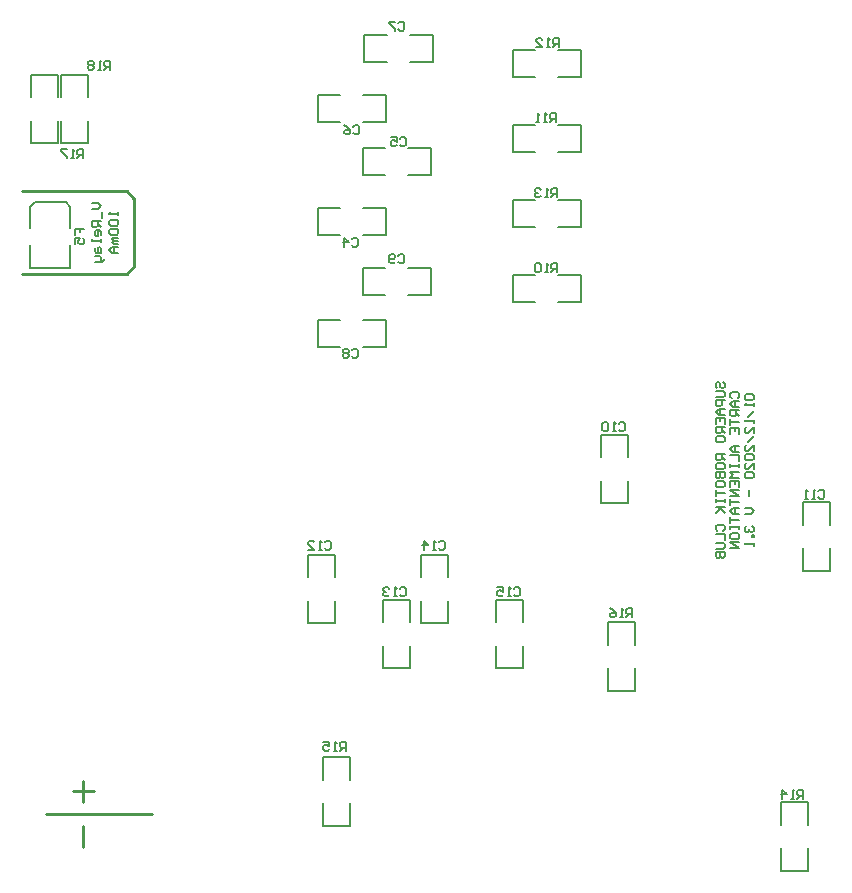
<source format=gbo>
G04 Layer_Color=32896*
%FSLAX25Y25*%
%MOIN*%
G70*
G01*
G75*
%ADD39C,0.01000*%
%ADD40C,0.00500*%
%ADD42C,0.00787*%
D39*
X0Y252500D02*
X35000D01*
X37500Y250000D01*
Y227500D02*
Y250000D01*
X35000Y225000D02*
X37500Y227500D01*
X0Y225000D02*
X35000D01*
X8000Y45000D02*
X43500D01*
X20500Y34000D02*
Y41000D01*
X17000Y52500D02*
X24000D01*
X20500Y49000D02*
Y56000D01*
D40*
X23303Y248497D02*
X25302D01*
X26302Y247497D01*
X25302Y246498D01*
X23303D01*
X26802Y245498D02*
Y243498D01*
X26302Y242499D02*
X23303D01*
Y240999D01*
X23803Y240499D01*
X24803D01*
X25302Y240999D01*
Y242499D01*
Y241499D02*
X26302Y240499D01*
Y238000D02*
Y239000D01*
X25802Y239500D01*
X24803D01*
X24303Y239000D01*
Y238000D01*
X24803Y237500D01*
X25302D01*
Y239500D01*
X26302Y236501D02*
Y235501D01*
Y236001D01*
X23303D01*
Y236501D01*
X24303Y233502D02*
Y232502D01*
X24803Y232002D01*
X26302D01*
Y233502D01*
X25802Y234001D01*
X25302Y233502D01*
Y232002D01*
X24303Y231002D02*
X25802D01*
X26302Y230503D01*
Y229003D01*
X26802D01*
X27302Y229503D01*
Y230003D01*
X26302Y229003D02*
X24303D01*
X32101Y245498D02*
Y244498D01*
Y244998D01*
X29101D01*
X29601Y245498D01*
Y242999D02*
X29101Y242499D01*
Y241499D01*
X29601Y240999D01*
X31601D01*
X32101Y241499D01*
Y242499D01*
X31601Y242999D01*
X29601D01*
Y240000D02*
X29101Y239500D01*
Y238500D01*
X29601Y238000D01*
X31601D01*
X32101Y238500D01*
Y239500D01*
X31601Y240000D01*
X29601D01*
X32101Y237001D02*
X30101D01*
Y236501D01*
X30601Y236001D01*
X32101D01*
X30601D01*
X30101Y235501D01*
X30601Y235001D01*
X32101D01*
Y234001D02*
X30101D01*
X29101Y233002D01*
X30101Y232002D01*
X32101D01*
X30601D01*
Y234001D01*
X231903Y186848D02*
X231403Y187348D01*
Y188348D01*
X231903Y188848D01*
X232403D01*
X232903Y188348D01*
Y187348D01*
X233403Y186848D01*
X233903D01*
X234402Y187348D01*
Y188348D01*
X233903Y188848D01*
X231403Y185848D02*
X233903D01*
X234402Y185349D01*
Y184349D01*
X233903Y183849D01*
X231403D01*
X234402Y182850D02*
X231403D01*
Y181350D01*
X231903Y180850D01*
X232903D01*
X233403Y181350D01*
Y182850D01*
X234402Y179850D02*
X232403D01*
X231403Y178851D01*
X232403Y177851D01*
X234402D01*
X232903D01*
Y179850D01*
X231403Y174852D02*
Y176851D01*
X234402D01*
Y174852D01*
X232903Y176851D02*
Y175852D01*
X234402Y173852D02*
X231403D01*
Y172353D01*
X231903Y171853D01*
X232903D01*
X233403Y172353D01*
Y173852D01*
Y172853D02*
X234402Y171853D01*
X231403Y169354D02*
Y170353D01*
X231903Y170853D01*
X233903D01*
X234402Y170353D01*
Y169354D01*
X233903Y168854D01*
X231903D01*
X231403Y169354D01*
X234402Y164855D02*
X231403D01*
Y163356D01*
X231903Y162856D01*
X232903D01*
X233403Y163356D01*
Y164855D01*
Y163856D02*
X234402Y162856D01*
X231403Y160357D02*
Y161356D01*
X231903Y161856D01*
X233903D01*
X234402Y161356D01*
Y160357D01*
X233903Y159857D01*
X231903D01*
X231403Y160357D01*
Y158857D02*
X234402D01*
Y157358D01*
X233903Y156858D01*
X233403D01*
X232903Y157358D01*
Y158857D01*
Y157358D01*
X232403Y156858D01*
X231903D01*
X231403Y157358D01*
Y158857D01*
Y154359D02*
Y155358D01*
X231903Y155858D01*
X233903D01*
X234402Y155358D01*
Y154359D01*
X233903Y153859D01*
X231903D01*
X231403Y154359D01*
Y152859D02*
Y150860D01*
Y151859D01*
X234402D01*
X231403Y149860D02*
Y148861D01*
Y149360D01*
X234402D01*
Y149860D01*
Y148861D01*
X231403Y147361D02*
X234402D01*
X233403D01*
X231403Y145362D01*
X232903Y146861D01*
X234402Y145362D01*
X231903Y139364D02*
X231403Y139863D01*
Y140863D01*
X231903Y141363D01*
X233903D01*
X234402Y140863D01*
Y139863D01*
X233903Y139364D01*
X231403Y138364D02*
X234402D01*
Y136364D01*
X231403Y135365D02*
X233903D01*
X234402Y134865D01*
Y133865D01*
X233903Y133365D01*
X231403D01*
Y132366D02*
X234402D01*
Y130866D01*
X233903Y130367D01*
X233403D01*
X232903Y130866D01*
Y132366D01*
Y130866D01*
X232403Y130367D01*
X231903D01*
X231403Y130866D01*
Y132366D01*
X236702Y183599D02*
X236202Y184099D01*
Y185099D01*
X236702Y185599D01*
X238701D01*
X239201Y185099D01*
Y184099D01*
X238701Y183599D01*
X239201Y182600D02*
X237202D01*
X236202Y181600D01*
X237202Y180600D01*
X239201D01*
X237702D01*
Y182600D01*
X239201Y179601D02*
X236202D01*
Y178101D01*
X236702Y177601D01*
X237702D01*
X238201Y178101D01*
Y179601D01*
Y178601D02*
X239201Y177601D01*
X236202Y176602D02*
Y174602D01*
Y175602D01*
X239201D01*
X236202Y171603D02*
Y173602D01*
X239201D01*
Y171603D01*
X237702Y173602D02*
Y172603D01*
X239201Y167604D02*
X237202D01*
X236202Y166605D01*
X237202Y165605D01*
X239201D01*
X237702D01*
Y167604D01*
X236202Y164605D02*
X239201D01*
Y162606D01*
X236202Y161606D02*
Y160607D01*
Y161107D01*
X239201D01*
Y161606D01*
Y160607D01*
Y159107D02*
X236202D01*
X237202Y158107D01*
X236202Y157108D01*
X239201D01*
X236202Y154109D02*
Y156108D01*
X239201D01*
Y154109D01*
X237702Y156108D02*
Y155108D01*
X239201Y153109D02*
X236202D01*
X239201Y151110D01*
X236202D01*
Y150110D02*
Y148111D01*
Y149110D01*
X239201D01*
Y147111D02*
X237202D01*
X236202Y146111D01*
X237202Y145112D01*
X239201D01*
X237702D01*
Y147111D01*
X236202Y144112D02*
Y142113D01*
Y143112D01*
X239201D01*
X236202Y141113D02*
Y140113D01*
Y140613D01*
X239201D01*
Y141113D01*
Y140113D01*
X236202Y137114D02*
Y138114D01*
X236702Y138614D01*
X238701D01*
X239201Y138114D01*
Y137114D01*
X238701Y136615D01*
X236702D01*
X236202Y137114D01*
X239201Y135615D02*
X236202D01*
X239201Y133615D01*
X236202D01*
X241501Y184849D02*
X241001Y184349D01*
Y183349D01*
X241501Y182850D01*
X243500D01*
X244000Y183349D01*
Y184349D01*
X243500Y184849D01*
X241501D01*
X244000Y181850D02*
Y180850D01*
Y181350D01*
X241001D01*
X241501Y181850D01*
X244000Y179351D02*
X242001Y177351D01*
X244000Y176352D02*
Y175352D01*
Y175852D01*
X241001D01*
X241501Y176352D01*
X244000Y171853D02*
Y173852D01*
X242001Y171853D01*
X241501D01*
X241001Y172353D01*
Y173353D01*
X241501Y173852D01*
X244000Y170853D02*
X242001Y168854D01*
X244000Y165855D02*
Y167854D01*
X242001Y165855D01*
X241501D01*
X241001Y166355D01*
Y167355D01*
X241501Y167854D01*
Y164855D02*
X241001Y164356D01*
Y163356D01*
X241501Y162856D01*
X243500D01*
X244000Y163356D01*
Y164356D01*
X243500Y164855D01*
X241501D01*
X244000Y159857D02*
Y161856D01*
X242001Y159857D01*
X241501D01*
X241001Y160357D01*
Y161356D01*
X241501Y161856D01*
Y158857D02*
X241001Y158357D01*
Y157358D01*
X241501Y156858D01*
X243500D01*
X244000Y157358D01*
Y158357D01*
X243500Y158857D01*
X241501D01*
X242500Y152859D02*
Y150860D01*
X241001Y146861D02*
X243000D01*
X244000Y145861D01*
X243000Y144862D01*
X241001D01*
X241501Y140863D02*
X241001Y140363D01*
Y139364D01*
X241501Y138864D01*
X242001D01*
X242500Y139364D01*
Y139863D01*
Y139364D01*
X243000Y138864D01*
X243500D01*
X244000Y139364D01*
Y140363D01*
X243500Y140863D01*
X244000Y137864D02*
X243500D01*
Y137364D01*
X244000D01*
Y137864D01*
Y135365D02*
Y134365D01*
Y134865D01*
X241001D01*
X241501Y135365D01*
X29500Y293000D02*
Y295999D01*
X28001D01*
X27501Y295499D01*
Y294499D01*
X28001Y294000D01*
X29500D01*
X28500D02*
X27501Y293000D01*
X26501D02*
X25501D01*
X26001D01*
Y295999D01*
X26501Y295499D01*
X24002D02*
X23502Y295999D01*
X22502D01*
X22002Y295499D01*
Y294999D01*
X22502Y294499D01*
X22002Y294000D01*
Y293500D01*
X22502Y293000D01*
X23502D01*
X24002Y293500D01*
Y294000D01*
X23502Y294499D01*
X24002Y294999D01*
Y295499D01*
X23502Y294499D02*
X22502D01*
X20500Y263500D02*
Y266499D01*
X19001D01*
X18501Y265999D01*
Y265000D01*
X19001Y264500D01*
X20500D01*
X19500D02*
X18501Y263500D01*
X17501D02*
X16501D01*
X17001D01*
Y266499D01*
X17501Y265999D01*
X15002Y266499D02*
X13002D01*
Y265999D01*
X15002Y264000D01*
Y263500D01*
X203500Y110500D02*
Y113499D01*
X202000D01*
X201501Y112999D01*
Y111999D01*
X202000Y111500D01*
X203500D01*
X202500D02*
X201501Y110500D01*
X200501D02*
X199501D01*
X200001D01*
Y113499D01*
X200501Y112999D01*
X196002Y113499D02*
X197002Y112999D01*
X198002Y111999D01*
Y111000D01*
X197502Y110500D01*
X196502D01*
X196002Y111000D01*
Y111500D01*
X196502Y111999D01*
X198002D01*
X17801Y237801D02*
Y239800D01*
X19300D01*
Y238800D01*
Y239800D01*
X20800D01*
X17801Y234802D02*
Y236801D01*
X19300D01*
X18801Y235801D01*
Y235301D01*
X19300Y234802D01*
X20300D01*
X20800Y235301D01*
Y236301D01*
X20300Y236801D01*
X110001Y236499D02*
X110501Y236999D01*
X111500D01*
X112000Y236499D01*
Y234500D01*
X111500Y234000D01*
X110501D01*
X110001Y234500D01*
X107501Y234000D02*
Y236999D01*
X109001Y235500D01*
X107002D01*
X126001Y269999D02*
X126500Y270499D01*
X127500D01*
X128000Y269999D01*
Y268000D01*
X127500Y267500D01*
X126500D01*
X126001Y268000D01*
X123002Y270499D02*
X125001D01*
Y269000D01*
X124001Y269499D01*
X123501D01*
X123002Y269000D01*
Y268000D01*
X123501Y267500D01*
X124501D01*
X125001Y268000D01*
X110501Y273999D02*
X111001Y274499D01*
X112000D01*
X112500Y273999D01*
Y272000D01*
X112000Y271500D01*
X111001D01*
X110501Y272000D01*
X107502Y274499D02*
X108501Y273999D01*
X109501Y273000D01*
Y272000D01*
X109001Y271500D01*
X108001D01*
X107502Y272000D01*
Y272500D01*
X108001Y273000D01*
X109501D01*
X125501Y308499D02*
X126000Y308999D01*
X127000D01*
X127500Y308499D01*
Y306500D01*
X127000Y306000D01*
X126000D01*
X125501Y306500D01*
X124501Y308999D02*
X122502D01*
Y308499D01*
X124501Y306500D01*
Y306000D01*
X110001Y199499D02*
X110501Y199999D01*
X111500D01*
X112000Y199499D01*
Y197500D01*
X111500Y197000D01*
X110501D01*
X110001Y197500D01*
X109001Y199499D02*
X108501Y199999D01*
X107501D01*
X107002Y199499D01*
Y198999D01*
X107501Y198500D01*
X107002Y198000D01*
Y197500D01*
X107501Y197000D01*
X108501D01*
X109001Y197500D01*
Y198000D01*
X108501Y198500D01*
X109001Y198999D01*
Y199499D01*
X108501Y198500D02*
X107501D01*
X125501Y230999D02*
X126000Y231499D01*
X127000D01*
X127500Y230999D01*
Y229000D01*
X127000Y228500D01*
X126000D01*
X125501Y229000D01*
X124501D02*
X124001Y228500D01*
X123001D01*
X122502Y229000D01*
Y230999D01*
X123001Y231499D01*
X124001D01*
X124501Y230999D01*
Y230499D01*
X124001Y229999D01*
X122502D01*
X199001Y174999D02*
X199501Y175499D01*
X200500D01*
X201000Y174999D01*
Y173000D01*
X200500Y172500D01*
X199501D01*
X199001Y173000D01*
X198001Y172500D02*
X197001D01*
X197501D01*
Y175499D01*
X198001Y174999D01*
X195502D02*
X195002Y175499D01*
X194002D01*
X193502Y174999D01*
Y173000D01*
X194002Y172500D01*
X195002D01*
X195502Y173000D01*
Y174999D01*
X265501Y152499D02*
X266001Y152999D01*
X267000D01*
X267500Y152499D01*
Y150500D01*
X267000Y150000D01*
X266001D01*
X265501Y150500D01*
X264501Y150000D02*
X263501D01*
X264001D01*
Y152999D01*
X264501Y152499D01*
X262002Y150000D02*
X261002D01*
X261502D01*
Y152999D01*
X262002Y152499D01*
X178500Y225500D02*
Y228499D01*
X177000D01*
X176501Y227999D01*
Y226999D01*
X177000Y226500D01*
X178500D01*
X177500D02*
X176501Y225500D01*
X175501D02*
X174501D01*
X175001D01*
Y228499D01*
X175501Y227999D01*
X173002D02*
X172502Y228499D01*
X171502D01*
X171002Y227999D01*
Y226000D01*
X171502Y225500D01*
X172502D01*
X173002Y226000D01*
Y227999D01*
X178000Y275500D02*
Y278499D01*
X176500D01*
X176001Y277999D01*
Y276999D01*
X176500Y276500D01*
X178000D01*
X177000D02*
X176001Y275500D01*
X175001D02*
X174001D01*
X174501D01*
Y278499D01*
X175001Y277999D01*
X172502Y275500D02*
X171502D01*
X172002D01*
Y278499D01*
X172502Y277999D01*
X179000Y300500D02*
Y303499D01*
X177500D01*
X177001Y302999D01*
Y301999D01*
X177500Y301500D01*
X179000D01*
X178000D02*
X177001Y300500D01*
X176001D02*
X175001D01*
X175501D01*
Y303499D01*
X176001Y302999D01*
X171502Y300500D02*
X173502D01*
X171502Y302499D01*
Y302999D01*
X172002Y303499D01*
X173002D01*
X173502Y302999D01*
X178500Y250500D02*
Y253499D01*
X177000D01*
X176501Y252999D01*
Y251999D01*
X177000Y251500D01*
X178500D01*
X177500D02*
X176501Y250500D01*
X175501D02*
X174501D01*
X175001D01*
Y253499D01*
X175501Y252999D01*
X173002D02*
X172502Y253499D01*
X171502D01*
X171002Y252999D01*
Y252499D01*
X171502Y251999D01*
X172002D01*
X171502D01*
X171002Y251500D01*
Y251000D01*
X171502Y250500D01*
X172502D01*
X173002Y251000D01*
X260500Y50000D02*
Y52999D01*
X259000D01*
X258501Y52499D01*
Y51499D01*
X259000Y51000D01*
X260500D01*
X259500D02*
X258501Y50000D01*
X257501D02*
X256501D01*
X257001D01*
Y52999D01*
X257501Y52499D01*
X253502Y50000D02*
Y52999D01*
X255002Y51499D01*
X253002D01*
X108000Y66000D02*
Y68999D01*
X106500D01*
X106001Y68499D01*
Y67500D01*
X106500Y67000D01*
X108000D01*
X107000D02*
X106001Y66000D01*
X105001D02*
X104001D01*
X104501D01*
Y68999D01*
X105001Y68499D01*
X100502Y68999D02*
X102502D01*
Y67500D01*
X101502Y67999D01*
X101002D01*
X100502Y67500D01*
Y66500D01*
X101002Y66000D01*
X102002D01*
X102502Y66500D01*
X101001Y135499D02*
X101500Y135999D01*
X102500D01*
X103000Y135499D01*
Y133500D01*
X102500Y133000D01*
X101500D01*
X101001Y133500D01*
X100001Y133000D02*
X99001D01*
X99501D01*
Y135999D01*
X100001Y135499D01*
X95502Y133000D02*
X97502D01*
X95502Y134999D01*
Y135499D01*
X96002Y135999D01*
X97002D01*
X97502Y135499D01*
X126001Y119999D02*
X126500Y120499D01*
X127500D01*
X128000Y119999D01*
Y118000D01*
X127500Y117500D01*
X126500D01*
X126001Y118000D01*
X125001Y117500D02*
X124001D01*
X124501D01*
Y120499D01*
X125001Y119999D01*
X122502D02*
X122002Y120499D01*
X121002D01*
X120502Y119999D01*
Y119499D01*
X121002Y119000D01*
X121502D01*
X121002D01*
X120502Y118500D01*
Y118000D01*
X121002Y117500D01*
X122002D01*
X122502Y118000D01*
X139001Y135499D02*
X139500Y135999D01*
X140500D01*
X141000Y135499D01*
Y133500D01*
X140500Y133000D01*
X139500D01*
X139001Y133500D01*
X138001Y133000D02*
X137001D01*
X137501D01*
Y135999D01*
X138001Y135499D01*
X134002Y133000D02*
Y135999D01*
X135502Y134500D01*
X133502D01*
X164001Y119999D02*
X164500Y120499D01*
X165500D01*
X166000Y119999D01*
Y118000D01*
X165500Y117500D01*
X164500D01*
X164001Y118000D01*
X163001Y117500D02*
X162001D01*
X162501D01*
Y120499D01*
X163001Y119999D01*
X158502Y120499D02*
X160502D01*
Y119000D01*
X159502Y119499D01*
X159002D01*
X158502Y119000D01*
Y118000D01*
X159002Y117500D01*
X160002D01*
X160502Y118000D01*
D42*
X2807Y227067D02*
Y234547D01*
X16193Y227067D02*
Y234547D01*
X2807Y227067D02*
X16193D01*
X4382Y249114D02*
X14618D01*
X2807Y240453D02*
Y247146D01*
X14618Y249114D02*
X16193Y247146D01*
X2807Y247146D02*
X4382Y249114D01*
X16193Y240453D02*
Y247146D01*
X98610Y238000D02*
X106110D01*
X98610D02*
Y247000D01*
X106110D01*
X113890Y238000D02*
X121390D01*
Y247000D01*
X113890D02*
X121390D01*
X128890Y267000D02*
X136390D01*
Y258000D02*
Y267000D01*
X128890Y258000D02*
X136390D01*
X113610Y267000D02*
X121110D01*
X113610Y258000D02*
Y267000D01*
Y258000D02*
X121110D01*
X98610Y275500D02*
X106110D01*
X98610D02*
Y284500D01*
X106110D01*
X113890Y275500D02*
X121390D01*
Y284500D01*
X113890D02*
X121390D01*
X129436Y304566D02*
X136936D01*
Y295566D02*
Y304566D01*
X129436Y295566D02*
X136936D01*
X114157Y304566D02*
X121657D01*
X114157Y295566D02*
Y304566D01*
Y295566D02*
X121657D01*
X98610Y200500D02*
X106110D01*
X98610D02*
Y209500D01*
X106110D01*
X113890Y200500D02*
X121390D01*
Y209500D01*
X113890D02*
X121390D01*
X128890Y227000D02*
X136390D01*
Y218000D02*
Y227000D01*
X128890Y218000D02*
X136390D01*
X113610Y227000D02*
X121110D01*
X113610Y218000D02*
Y227000D01*
Y218000D02*
X121110D01*
X202000Y148610D02*
Y156110D01*
X193000Y148610D02*
X202000D01*
X193000D02*
Y156110D01*
X202000Y163890D02*
Y171390D01*
X193000D02*
X202000D01*
X193000Y163890D02*
Y171390D01*
X269500Y126110D02*
Y133610D01*
X260500Y126110D02*
X269500D01*
X260500D02*
Y133610D01*
X269500Y141390D02*
Y148890D01*
X260500D02*
X269500D01*
X260500Y141390D02*
Y148890D01*
X158000Y108890D02*
Y116390D01*
X167000D01*
Y108890D02*
Y116390D01*
X158000Y93610D02*
Y101110D01*
Y93610D02*
X167000D01*
Y101110D01*
X142000Y108610D02*
Y116110D01*
X133000Y108610D02*
X142000D01*
X133000D02*
Y116110D01*
X142000Y123890D02*
Y131390D01*
X133000D02*
X142000D01*
X133000Y123890D02*
Y131390D01*
X120500Y108890D02*
Y116390D01*
X129500D01*
Y108890D02*
Y116390D01*
X120500Y93610D02*
Y101110D01*
Y93610D02*
X129500D01*
Y101110D01*
X104500Y108610D02*
Y116110D01*
X95500Y108610D02*
X104500D01*
X95500D02*
Y116110D01*
X104500Y123890D02*
Y131390D01*
X95500D02*
X104500D01*
X95500Y123890D02*
Y131390D01*
X262000Y26110D02*
Y33610D01*
X253000Y26110D02*
X262000D01*
X253000D02*
Y33610D01*
X262000Y41390D02*
Y48890D01*
X253000D02*
X262000D01*
X253000Y41390D02*
Y48890D01*
X204500Y86110D02*
Y93610D01*
X195500Y86110D02*
X204500D01*
X195500D02*
Y93610D01*
X204500Y101390D02*
Y108890D01*
X195500D02*
X204500D01*
X195500Y101390D02*
Y108890D01*
X12000Y268610D02*
Y276110D01*
X3000Y268610D02*
X12000D01*
X3000D02*
Y276110D01*
X12000Y283890D02*
Y291390D01*
X3000D02*
X12000D01*
X3000Y283890D02*
Y291390D01*
X13000Y283890D02*
Y291390D01*
X22000D01*
Y283890D02*
Y291390D01*
X13000Y268610D02*
Y276110D01*
Y268610D02*
X22000D01*
Y276110D01*
X163610Y240500D02*
X171110D01*
X163610D02*
Y249500D01*
X171110D01*
X178890Y240500D02*
X186390D01*
Y249500D01*
X178890D02*
X186390D01*
X100500Y56390D02*
Y63890D01*
X109500D01*
Y56390D02*
Y63890D01*
X100500Y41110D02*
Y48610D01*
Y41110D02*
X109500D01*
Y48610D01*
X178890Y224500D02*
X186390D01*
Y215500D02*
Y224500D01*
X178890Y215500D02*
X186390D01*
X163610Y224500D02*
X171110D01*
X163610Y215500D02*
Y224500D01*
Y215500D02*
X171110D01*
X178890Y274500D02*
X186390D01*
Y265500D02*
Y274500D01*
X178890Y265500D02*
X186390D01*
X163610Y274500D02*
X171110D01*
X163610Y265500D02*
Y274500D01*
Y265500D02*
X171110D01*
X178890Y299500D02*
X186390D01*
Y290500D02*
Y299500D01*
X178890Y290500D02*
X186390D01*
X163610Y299500D02*
X171110D01*
X163610Y290500D02*
Y299500D01*
Y290500D02*
X171110D01*
M02*

</source>
